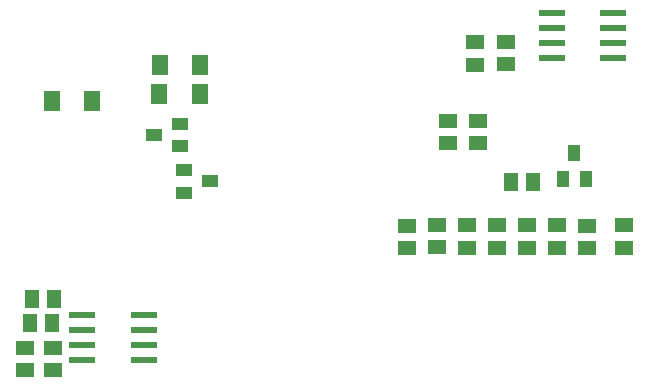
<source format=gbp>
G75*
%MOIN*%
%OFA0B0*%
%FSLAX24Y24*%
%IPPOS*%
%LPD*%
%AMOC8*
5,1,8,0,0,1.08239X$1,22.5*
%
%ADD10R,0.0394X0.0551*%
%ADD11R,0.0630X0.0512*%
%ADD12R,0.0512X0.0630*%
%ADD13R,0.0551X0.0394*%
%ADD14R,0.0551X0.0709*%
%ADD15R,0.0866X0.0236*%
%ADD16R,0.0591X0.0512*%
%ADD17R,0.0512X0.0591*%
D10*
X019585Y007609D03*
X020333Y007609D03*
X019959Y008475D03*
D11*
X001640Y001239D03*
X001640Y001987D03*
X014373Y005298D03*
X015369Y005330D03*
X016384Y005318D03*
X016384Y006066D03*
X015369Y006078D03*
X014373Y006046D03*
X017377Y006066D03*
X018365Y006070D03*
X019380Y006062D03*
X020369Y006058D03*
X020369Y005310D03*
X019380Y005314D03*
X018365Y005322D03*
X017377Y005318D03*
X021621Y005314D03*
X021621Y006062D03*
X016758Y008802D03*
X015731Y008798D03*
X015731Y009546D03*
X016758Y009550D03*
X016652Y011416D03*
X017672Y011432D03*
X017672Y012180D03*
X016652Y012164D03*
D12*
X017841Y007507D03*
X018589Y007507D03*
X002550Y002802D03*
X001802Y002802D03*
D13*
X006943Y007152D03*
X007810Y007526D03*
X006943Y007900D03*
X006798Y008704D03*
X005932Y009078D03*
X006798Y009452D03*
D14*
X007463Y010432D03*
X006125Y010432D03*
X006136Y011420D03*
X007475Y011420D03*
X003892Y010215D03*
X002554Y010215D03*
D15*
X003558Y003084D03*
X003558Y002584D03*
X003558Y002084D03*
X003558Y001584D03*
X005605Y001584D03*
X005605Y002084D03*
X005605Y002584D03*
X005605Y003084D03*
X019211Y011650D03*
X019211Y012150D03*
X019211Y012650D03*
X019211Y013150D03*
X021258Y013150D03*
X021258Y012650D03*
X021258Y012150D03*
X021258Y011650D03*
D16*
X002565Y001991D03*
X002565Y001243D03*
D17*
X002621Y003593D03*
X001873Y003593D03*
M02*

</source>
